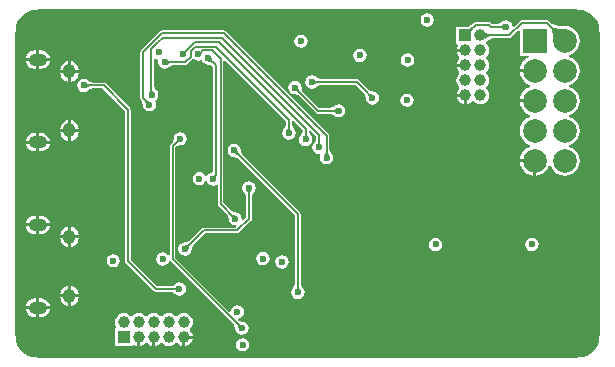
<source format=gbl>
G04*
G04 #@! TF.GenerationSoftware,Altium Limited,Altium Designer,21.6.1 (37)*
G04*
G04 Layer_Physical_Order=4*
G04 Layer_Color=16711680*
%FSLAX44Y44*%
%MOMM*%
G71*
G04*
G04 #@! TF.SameCoordinates,EB5C24EC-25F4-4F86-8BBE-D8D07956753C*
G04*
G04*
G04 #@! TF.FilePolarity,Positive*
G04*
G01*
G75*
%ADD14C,1.0000*%
%ADD60C,0.1600*%
%ADD61C,2.0000*%
%ADD62R,2.0000X2.0000*%
%ADD63R,1.0000X1.0000*%
G04:AMPARAMS|DCode=64|XSize=1.25mm|YSize=1.05mm|CornerRadius=0.525mm|HoleSize=0mm|Usage=FLASHONLY|Rotation=270.000|XOffset=0mm|YOffset=0mm|HoleType=Round|Shape=RoundedRectangle|*
%AMROUNDEDRECTD64*
21,1,1.2500,0.0000,0,0,270.0*
21,1,0.2000,1.0500,0,0,270.0*
1,1,1.0500,0.0000,-0.1000*
1,1,1.0500,0.0000,0.1000*
1,1,1.0500,0.0000,0.1000*
1,1,1.0500,0.0000,-0.1000*
%
%ADD64ROUNDEDRECTD64*%
G04:AMPARAMS|DCode=65|XSize=1.55mm|YSize=1.05mm|CornerRadius=0.525mm|HoleSize=0mm|Usage=FLASHONLY|Rotation=180.000|XOffset=0mm|YOffset=0mm|HoleType=Round|Shape=RoundedRectangle|*
%AMROUNDEDRECTD65*
21,1,1.5500,0.0000,0,0,180.0*
21,1,0.5000,1.0500,0,0,180.0*
1,1,1.0500,-0.2500,0.0000*
1,1,1.0500,0.2500,0.0000*
1,1,1.0500,0.2500,0.0000*
1,1,1.0500,-0.2500,0.0000*
%
%ADD65ROUNDEDRECTD65*%
%ADD66R,1.0000X1.0000*%
%ADD67C,0.6000*%
G36*
X477808Y297808D02*
X478814Y297136D01*
X480000Y296900D01*
Y296900D01*
X480014Y296913D01*
X483300Y296590D01*
X486473Y295627D01*
X489397Y294064D01*
X491960Y291960D01*
X494064Y289397D01*
X495627Y286473D01*
X496589Y283300D01*
X496913Y280014D01*
X496900Y280000D01*
X496900D01*
X497136Y278814D01*
X497808Y277808D01*
X497920Y277734D01*
Y22266D01*
X497808Y22192D01*
X497136Y21186D01*
X496900Y20000D01*
X496900D01*
X496913Y19986D01*
X496590Y16700D01*
X495627Y13527D01*
X494064Y10603D01*
X491960Y8040D01*
X489397Y5936D01*
X486473Y4373D01*
X483300Y3411D01*
X480014Y3087D01*
X480000Y3100D01*
Y3100D01*
X478814Y2864D01*
X477808Y2192D01*
X477734Y2080D01*
X22266D01*
X22192Y2192D01*
X21186Y2864D01*
X20000Y3100D01*
Y3100D01*
X19986Y3087D01*
X16700Y3411D01*
X13527Y4373D01*
X10603Y5936D01*
X8040Y8040D01*
X5936Y10603D01*
X4373Y13527D01*
X3411Y16700D01*
X3087Y19986D01*
X3100Y20000D01*
X3100D01*
X2864Y21186D01*
X2192Y22192D01*
X2080Y22266D01*
Y250000D01*
Y277734D01*
X2192Y277808D01*
X2864Y278814D01*
X3100Y280000D01*
X3100D01*
X3087Y280014D01*
X3411Y283300D01*
X4373Y286473D01*
X5936Y289397D01*
X8040Y291960D01*
X10603Y294064D01*
X13527Y295627D01*
X16700Y296590D01*
X19986Y296913D01*
X20000Y296900D01*
Y296900D01*
X21186Y297136D01*
X22192Y297808D01*
X22266Y297920D01*
X477734Y297920D01*
X477808Y297808D01*
D02*
G37*
%LPC*%
G36*
X417917Y288393D02*
X415756Y287963D01*
X413923Y286738D01*
X413768Y286506D01*
X413629Y286385D01*
X413506Y286291D01*
X413405Y286224D01*
X413325Y286179D01*
X413268Y286153D01*
X413234Y286141D01*
X413219Y286137D01*
X413219Y286137D01*
X413094Y286131D01*
X412667Y286023D01*
X412235Y285937D01*
X412179Y285900D01*
X412114Y285884D01*
X411761Y285620D01*
X411395Y285376D01*
X411357Y285320D01*
X411304Y285280D01*
X411214Y285130D01*
X406520D01*
X405463Y286187D01*
X404689Y286704D01*
X403776Y286886D01*
X392581D01*
X391668Y286704D01*
X390894Y286187D01*
X388747Y284041D01*
X388545Y284089D01*
X388307Y284051D01*
X388067Y284062D01*
X387813Y283971D01*
X387547Y283928D01*
X387342Y283802D01*
X387116Y283720D01*
X386916Y283539D01*
X386687Y283398D01*
X386195Y282940D01*
X376110D01*
Y267860D01*
X376670D01*
X377231Y266721D01*
X377064Y266502D01*
X376304Y264668D01*
X376212Y263970D01*
X383650D01*
Y261430D01*
X376212D01*
X376304Y260732D01*
X377064Y258897D01*
X378272Y257322D01*
X378712Y256985D01*
Y255715D01*
X378272Y255378D01*
X377064Y253803D01*
X376304Y251968D01*
X376212Y251270D01*
X383650D01*
Y248730D01*
X376212D01*
X376304Y248032D01*
X377064Y246197D01*
X378272Y244622D01*
X378712Y244285D01*
Y243015D01*
X378272Y242678D01*
X377064Y241103D01*
X376304Y239268D01*
X376045Y237300D01*
X376304Y235332D01*
X377064Y233498D01*
X378272Y231922D01*
X378712Y231585D01*
Y230315D01*
X378272Y229978D01*
X377064Y228403D01*
X376304Y226568D01*
X376212Y225870D01*
X383650D01*
Y224600D01*
X384920D01*
Y217162D01*
X385618Y217254D01*
X387453Y218014D01*
X389028Y219222D01*
X389365Y219662D01*
X390635D01*
X390972Y219222D01*
X392547Y218014D01*
X394382Y217254D01*
X396350Y216995D01*
X398318Y217254D01*
X400153Y218014D01*
X401728Y219222D01*
X402936Y220798D01*
X403696Y222632D01*
X403955Y224600D01*
X403696Y226568D01*
X402936Y228403D01*
X401728Y229978D01*
X401288Y230315D01*
Y231585D01*
X401728Y231922D01*
X402936Y233498D01*
X403696Y235332D01*
X403955Y237300D01*
X403696Y239268D01*
X402936Y241103D01*
X401728Y242678D01*
X401288Y243015D01*
Y244285D01*
X401728Y244622D01*
X402936Y246197D01*
X403696Y248032D01*
X403955Y250000D01*
X403696Y251968D01*
X402936Y253803D01*
X401728Y255378D01*
X401288Y255715D01*
Y256985D01*
X401728Y257322D01*
X402936Y258897D01*
X403696Y260732D01*
X403955Y262700D01*
X403696Y264668D01*
X402936Y266502D01*
X401728Y268078D01*
X401288Y268415D01*
Y269685D01*
X401728Y270022D01*
X401798Y270114D01*
X402206Y270516D01*
X403062Y271268D01*
X403389Y271515D01*
X403695Y271719D01*
X403948Y271863D01*
X404141Y271952D01*
X404263Y271994D01*
X404309Y272005D01*
X404483Y272018D01*
X404876Y272128D01*
X405277Y272207D01*
X405360Y272263D01*
X405456Y272290D01*
X405777Y272542D01*
X406117Y272769D01*
X406172Y272852D01*
X406251Y272914D01*
X406308Y273014D01*
X421021D01*
X421935Y273196D01*
X422709Y273713D01*
X428587Y279591D01*
X429760Y279105D01*
Y258260D01*
X437259D01*
X437512Y256990D01*
X435976Y256354D01*
X433356Y254344D01*
X431346Y251724D01*
X430083Y248674D01*
X429819Y246670D01*
X442300D01*
Y244130D01*
X429819D01*
X430083Y242126D01*
X431346Y239076D01*
X433356Y236456D01*
X435976Y234446D01*
X438533Y233387D01*
Y232013D01*
X435976Y230954D01*
X433356Y228944D01*
X431346Y226324D01*
X430083Y223274D01*
X429819Y221270D01*
X442300D01*
Y218730D01*
X429819D01*
X430083Y216726D01*
X431346Y213676D01*
X433356Y211056D01*
X435976Y209046D01*
X438533Y207987D01*
Y206613D01*
X435976Y205554D01*
X433356Y203544D01*
X431346Y200924D01*
X430083Y197874D01*
X429652Y194600D01*
X430083Y191326D01*
X431346Y188276D01*
X433356Y185656D01*
X435976Y183646D01*
X438533Y182587D01*
Y181213D01*
X435976Y180154D01*
X433356Y178144D01*
X431346Y175524D01*
X430083Y172474D01*
X429819Y170470D01*
X442300D01*
Y169200D01*
X443570D01*
Y156719D01*
X445574Y156983D01*
X448624Y158246D01*
X451244Y160256D01*
X453254Y162876D01*
X454313Y165433D01*
X455687D01*
X456746Y162876D01*
X458756Y160256D01*
X461376Y158246D01*
X464426Y156983D01*
X467700Y156552D01*
X470974Y156983D01*
X474024Y158246D01*
X476644Y160256D01*
X478654Y162876D01*
X479917Y165926D01*
X480348Y169200D01*
X479917Y172474D01*
X478654Y175524D01*
X476644Y178144D01*
X474024Y180154D01*
X471467Y181213D01*
Y182587D01*
X474024Y183646D01*
X476644Y185656D01*
X478654Y188276D01*
X479917Y191326D01*
X480348Y194600D01*
X479917Y197874D01*
X478654Y200924D01*
X476644Y203544D01*
X474024Y205554D01*
X471467Y206613D01*
Y207987D01*
X474024Y209046D01*
X476644Y211056D01*
X478654Y213676D01*
X479917Y216726D01*
X480348Y220000D01*
X479917Y223274D01*
X478654Y226324D01*
X476644Y228944D01*
X474024Y230954D01*
X471467Y232013D01*
Y233387D01*
X474024Y234446D01*
X476644Y236456D01*
X478654Y239076D01*
X479917Y242126D01*
X480348Y245400D01*
X479917Y248674D01*
X478654Y251724D01*
X476644Y254344D01*
X474024Y256354D01*
X471467Y257413D01*
Y258787D01*
X474024Y259846D01*
X476644Y261856D01*
X478654Y264476D01*
X479917Y267526D01*
X480348Y270800D01*
X479917Y274074D01*
X478654Y277124D01*
X476644Y279744D01*
X474024Y281754D01*
X470974Y283017D01*
X467700Y283448D01*
X467407Y283410D01*
X464817Y283516D01*
X462282Y283770D01*
X461294Y283932D01*
X460453Y284118D01*
X459796Y284313D01*
X459337Y284497D01*
X459089Y284635D01*
X458817Y284854D01*
X458522Y285008D01*
X458251Y285201D01*
X458078Y285240D01*
X457922Y285322D01*
X457590Y285352D01*
X457266Y285426D01*
X457091Y285396D01*
X456915Y285412D01*
X456874Y285399D01*
X454719Y287553D01*
X453945Y288071D01*
X453032Y288252D01*
X431488D01*
X430575Y288071D01*
X429801Y287553D01*
X424705Y282458D01*
X423504Y283053D01*
X423136Y284906D01*
X421912Y286738D01*
X420079Y287963D01*
X417917Y288393D01*
D02*
G37*
G36*
X351349Y294149D02*
X349188Y293719D01*
X347355Y292494D01*
X346130Y290662D01*
X345701Y288500D01*
X346130Y286338D01*
X347355Y284506D01*
X349188Y283281D01*
X351349Y282852D01*
X353511Y283281D01*
X355343Y284506D01*
X356568Y286338D01*
X356998Y288500D01*
X356568Y290662D01*
X355343Y292494D01*
X353511Y293719D01*
X351349Y294149D01*
D02*
G37*
G36*
X244603Y276074D02*
X242441Y275644D01*
X240609Y274420D01*
X239384Y272587D01*
X238954Y270426D01*
X239384Y268264D01*
X240609Y266432D01*
X242441Y265207D01*
X244603Y264777D01*
X246764Y265207D01*
X248597Y266432D01*
X249821Y268264D01*
X250251Y270426D01*
X249821Y272587D01*
X248597Y274420D01*
X246764Y275644D01*
X244603Y276074D01*
D02*
G37*
G36*
X24000Y262857D02*
X22770D01*
Y256270D01*
X31690D01*
X31590Y257034D01*
X30805Y258929D01*
X29556Y260556D01*
X27929Y261805D01*
X26034Y262589D01*
X24000Y262857D01*
D02*
G37*
G36*
X20230D02*
X19000D01*
X16966Y262589D01*
X15071Y261805D01*
X13444Y260556D01*
X12196Y258929D01*
X11410Y257034D01*
X11310Y256270D01*
X20230D01*
Y262857D01*
D02*
G37*
G36*
X294404Y264149D02*
X292242Y263718D01*
X290410Y262494D01*
X289185Y260662D01*
X288755Y258500D01*
X289185Y256338D01*
X290410Y254506D01*
X292242Y253281D01*
X294404Y252852D01*
X296565Y253281D01*
X298398Y254506D01*
X299622Y256338D01*
X300052Y258500D01*
X299622Y260662D01*
X298398Y262494D01*
X296565Y263718D01*
X294404Y264149D01*
D02*
G37*
G36*
X334745Y260149D02*
X332584Y259719D01*
X330751Y258494D01*
X329527Y256662D01*
X329097Y254500D01*
X329527Y252338D01*
X330751Y250506D01*
X332584Y249281D01*
X334745Y248852D01*
X336907Y249281D01*
X338739Y250506D01*
X339964Y252338D01*
X340394Y254500D01*
X339964Y256662D01*
X338739Y258494D01*
X336907Y259719D01*
X334745Y260149D01*
D02*
G37*
G36*
X31690Y253730D02*
X22770D01*
Y247143D01*
X24000D01*
X26034Y247411D01*
X27929Y248195D01*
X29556Y249444D01*
X30805Y251071D01*
X31590Y252966D01*
X31690Y253730D01*
D02*
G37*
G36*
X20230D02*
X11310D01*
X11410Y252966D01*
X12196Y251071D01*
X13444Y249444D01*
X15071Y248195D01*
X16966Y247411D01*
X19000Y247143D01*
X20230D01*
Y253730D01*
D02*
G37*
G36*
X49770Y253690D02*
Y246270D01*
X56322D01*
X56090Y248034D01*
X55304Y249929D01*
X54056Y251556D01*
X52429Y252805D01*
X50534Y253589D01*
X49770Y253690D01*
D02*
G37*
G36*
X47230D02*
X46466Y253589D01*
X44571Y252805D01*
X42944Y251556D01*
X41695Y249929D01*
X40911Y248034D01*
X40678Y246270D01*
X47230D01*
Y253690D01*
D02*
G37*
G36*
Y243730D02*
X40678D01*
X40911Y241966D01*
X41695Y240071D01*
X42944Y238444D01*
X44571Y237195D01*
X46466Y236411D01*
X47230Y236310D01*
Y243730D01*
D02*
G37*
G36*
X56322D02*
X49770D01*
Y236310D01*
X50534Y236411D01*
X52429Y237195D01*
X54056Y238444D01*
X55304Y240071D01*
X56090Y241966D01*
X56322Y243730D01*
D02*
G37*
G36*
X382380Y223330D02*
X376212D01*
X376304Y222632D01*
X377064Y220798D01*
X378272Y219222D01*
X379847Y218014D01*
X381682Y217254D01*
X382380Y217162D01*
Y223330D01*
D02*
G37*
G36*
X253866Y241546D02*
X251705Y241116D01*
X249872Y239892D01*
X248648Y238059D01*
X248218Y235898D01*
X248648Y233736D01*
X249872Y231903D01*
X251705Y230679D01*
X253866Y230249D01*
X256028Y230679D01*
X257861Y231903D01*
X258016Y232136D01*
X258155Y232257D01*
X258278Y232351D01*
X258379Y232418D01*
X258459Y232463D01*
X258515Y232489D01*
X258550Y232501D01*
X258565Y232505D01*
X258565Y232505D01*
X258690Y232511D01*
X259117Y232619D01*
X259549Y232705D01*
X259604Y232742D01*
X259669Y232759D01*
X260023Y233022D01*
X260389Y233266D01*
X260426Y233322D01*
X260480Y233362D01*
X260569Y233512D01*
X290614D01*
X295940Y228186D01*
X295940Y228186D01*
X298573Y225553D01*
X298531Y225383D01*
X298540Y225317D01*
X298527Y225252D01*
X298613Y224820D01*
X298677Y224384D01*
X298711Y224326D01*
X298724Y224261D01*
X298969Y223894D01*
X299195Y223516D01*
X299278Y223424D01*
X299279Y223423D01*
X299286Y223410D01*
X299302Y223377D01*
X299324Y223319D01*
X299349Y223230D01*
X299373Y223111D01*
X299393Y222958D01*
X299406Y222775D01*
X299352Y222500D01*
X299781Y220338D01*
X301006Y218506D01*
X302838Y217281D01*
X305000Y216852D01*
X307162Y217281D01*
X308994Y218506D01*
X310219Y220338D01*
X310648Y222500D01*
X310219Y224662D01*
X308994Y226494D01*
X307162Y227719D01*
X305000Y228148D01*
X304725Y228094D01*
X304542Y228107D01*
X304389Y228127D01*
X304270Y228151D01*
X304181Y228176D01*
X304123Y228198D01*
X304090Y228214D01*
X304077Y228221D01*
X303984Y228305D01*
X303606Y228531D01*
X303239Y228776D01*
X303174Y228789D01*
X303116Y228823D01*
X302680Y228887D01*
X302248Y228973D01*
X302183Y228960D01*
X302117Y228969D01*
X301947Y228927D01*
X299314Y231560D01*
X299314Y231560D01*
X293289Y237585D01*
X292515Y238102D01*
X291602Y238284D01*
X260569D01*
X260480Y238433D01*
X260426Y238473D01*
X260389Y238529D01*
X260023Y238774D01*
X259669Y239037D01*
X259604Y239053D01*
X259549Y239090D01*
X259117Y239176D01*
X258690Y239284D01*
X258565Y239290D01*
X258565Y239291D01*
X258550Y239294D01*
X258515Y239307D01*
X258459Y239333D01*
X258379Y239377D01*
X258278Y239445D01*
X258155Y239538D01*
X258016Y239659D01*
X257861Y239892D01*
X256028Y241116D01*
X253866Y241546D01*
D02*
G37*
G36*
X334396Y226148D02*
X332234Y225718D01*
X330402Y224494D01*
X329178Y222662D01*
X328748Y220500D01*
X329178Y218338D01*
X330402Y216506D01*
X332234Y215281D01*
X334396Y214851D01*
X336558Y215281D01*
X338390Y216506D01*
X339615Y218338D01*
X340045Y220500D01*
X339615Y222662D01*
X338390Y224494D01*
X336558Y225718D01*
X334396Y226148D01*
D02*
G37*
G36*
X239366Y236847D02*
X237204Y236417D01*
X235372Y235192D01*
X234147Y233360D01*
X233717Y231198D01*
X234147Y229037D01*
X235372Y227204D01*
X237204Y225980D01*
X239366Y225550D01*
X239641Y225604D01*
X239824Y225591D01*
X239977Y225571D01*
X240096Y225547D01*
X240184Y225522D01*
X240243Y225500D01*
X240276Y225485D01*
X240289Y225477D01*
X240382Y225393D01*
X240760Y225167D01*
X241126Y224923D01*
X241192Y224910D01*
X241250Y224875D01*
X241685Y224811D01*
X242118Y224725D01*
X242183Y224739D01*
X242249Y224729D01*
X242418Y224772D01*
X257243Y209947D01*
X258017Y209430D01*
X258930Y209248D01*
X269704D01*
X269794Y209098D01*
X269848Y209058D01*
X269885Y209003D01*
X270251Y208758D01*
X270604Y208495D01*
X270669Y208479D01*
X270725Y208441D01*
X271157Y208356D01*
X271584Y208248D01*
X271709Y208241D01*
X271709Y208241D01*
X271724Y208237D01*
X271758Y208225D01*
X271815Y208199D01*
X271895Y208154D01*
X271996Y208087D01*
X272119Y207993D01*
X272258Y207873D01*
X272413Y207640D01*
X274246Y206416D01*
X276407Y205986D01*
X278569Y206416D01*
X280401Y207640D01*
X281626Y209473D01*
X282056Y211634D01*
X281626Y213796D01*
X280401Y215628D01*
X278569Y216853D01*
X276407Y217283D01*
X274246Y216853D01*
X272413Y215628D01*
X272258Y215395D01*
X272119Y215275D01*
X271996Y215181D01*
X271895Y215114D01*
X271815Y215069D01*
X271758Y215043D01*
X271724Y215031D01*
X271709Y215027D01*
X271709Y215027D01*
X271584Y215021D01*
X271157Y214913D01*
X270725Y214827D01*
X270669Y214790D01*
X270604Y214773D01*
X270251Y214510D01*
X269885Y214265D01*
X269848Y214210D01*
X269794Y214170D01*
X269704Y214020D01*
X259918D01*
X245793Y228146D01*
X245835Y228315D01*
X245826Y228381D01*
X245839Y228447D01*
X245753Y228879D01*
X245689Y229314D01*
X245655Y229372D01*
X245641Y229438D01*
X245397Y229804D01*
X245171Y230182D01*
X245088Y230275D01*
X245087Y230275D01*
X245079Y230288D01*
X245064Y230321D01*
X245042Y230380D01*
X245017Y230468D01*
X244993Y230587D01*
X244973Y230740D01*
X244960Y230924D01*
X245014Y231198D01*
X244584Y233360D01*
X243360Y235192D01*
X241528Y236417D01*
X239366Y236847D01*
D02*
G37*
G36*
X49770Y203690D02*
Y196270D01*
X56322D01*
X56090Y198034D01*
X55304Y199929D01*
X54056Y201556D01*
X52429Y202805D01*
X50534Y203589D01*
X49770Y203690D01*
D02*
G37*
G36*
X47230D02*
X46466Y203589D01*
X44571Y202805D01*
X42944Y201556D01*
X41695Y199929D01*
X40911Y198034D01*
X40678Y196270D01*
X47230D01*
Y203690D01*
D02*
G37*
G36*
X56322Y193730D02*
X49770D01*
Y186310D01*
X50534Y186411D01*
X52429Y187195D01*
X54056Y188444D01*
X55304Y190071D01*
X56090Y191966D01*
X56322Y193730D01*
D02*
G37*
G36*
X47230D02*
X40678D01*
X40911Y191966D01*
X41695Y190071D01*
X42944Y188444D01*
X44571Y187195D01*
X46466Y186411D01*
X47230Y186310D01*
Y193730D01*
D02*
G37*
G36*
X24000Y192857D02*
X22770D01*
Y186270D01*
X31690D01*
X31590Y187034D01*
X30805Y188929D01*
X29556Y190556D01*
X27929Y191805D01*
X26034Y192589D01*
X24000Y192857D01*
D02*
G37*
G36*
X20230D02*
X19000D01*
X16966Y192589D01*
X15071Y191805D01*
X13444Y190556D01*
X12196Y188929D01*
X11410Y187034D01*
X11310Y186270D01*
X20230D01*
Y192857D01*
D02*
G37*
G36*
X142247Y193632D02*
X140085Y193202D01*
X138253Y191978D01*
X137028Y190145D01*
X136598Y187983D01*
X136653Y187709D01*
X136640Y187525D01*
X136620Y187372D01*
X136595Y187253D01*
X136571Y187165D01*
X136549Y187106D01*
X136533Y187073D01*
X136525Y187060D01*
X136525Y187060D01*
X136442Y186967D01*
X136216Y186589D01*
X135971Y186223D01*
X135958Y186157D01*
X135924Y186100D01*
X135860Y185664D01*
X135774Y185232D01*
X135787Y185166D01*
X135778Y185100D01*
X135820Y184931D01*
X134129Y183240D01*
X133612Y182466D01*
X133431Y181553D01*
Y89410D01*
X132161Y89025D01*
X131494Y90022D01*
X129662Y91247D01*
X127500Y91676D01*
X125338Y91247D01*
X123506Y90022D01*
X122281Y88189D01*
X121852Y86028D01*
X122281Y83866D01*
X123506Y82034D01*
X125338Y80809D01*
X127500Y80379D01*
X129662Y80809D01*
X131494Y82034D01*
X132719Y83866D01*
X132781Y84180D01*
X134129Y84448D01*
X134129Y84448D01*
X188025Y30553D01*
X187982Y30384D01*
X187992Y30317D01*
X187979Y30252D01*
X188065Y29820D01*
X188129Y29384D01*
X188163Y29326D01*
X188176Y29260D01*
X188421Y28894D01*
X188646Y28516D01*
X188730Y28424D01*
X188730Y28423D01*
X188738Y28410D01*
X188754Y28377D01*
X188775Y28319D01*
X188800Y28231D01*
X188824Y28111D01*
X188845Y27958D01*
X188858Y27775D01*
X188803Y27500D01*
X189233Y25338D01*
X190457Y23506D01*
X192290Y22281D01*
X194452Y21851D01*
X196613Y22281D01*
X198446Y23506D01*
X199670Y25338D01*
X200100Y27500D01*
X199670Y29662D01*
X198446Y31494D01*
X196613Y32719D01*
X194452Y33149D01*
X194177Y33094D01*
X193993Y33107D01*
X193841Y33127D01*
X193721Y33152D01*
X193633Y33176D01*
X193575Y33198D01*
X193541Y33214D01*
X193528Y33221D01*
X193528Y33222D01*
X193435Y33305D01*
X193057Y33531D01*
X192691Y33776D01*
X192625Y33789D01*
X192568Y33823D01*
X192132Y33887D01*
X191882Y33937D01*
X191294Y34657D01*
X191461Y35364D01*
X191814Y35969D01*
X192801Y36165D01*
X194634Y37390D01*
X195858Y39222D01*
X196288Y41384D01*
X195858Y43546D01*
X194634Y45378D01*
X192801Y46603D01*
X190640Y47032D01*
X188478Y46603D01*
X186646Y45378D01*
X185421Y43546D01*
X185115Y42007D01*
X183758Y41567D01*
X138202Y87123D01*
Y180565D01*
X139194Y181557D01*
X139363Y181514D01*
X139430Y181524D01*
X139495Y181511D01*
X139927Y181597D01*
X140363Y181660D01*
X140421Y181695D01*
X140486Y181708D01*
X140853Y181953D01*
X141231Y182178D01*
X141323Y182262D01*
X141324Y182262D01*
X141337Y182270D01*
X141370Y182285D01*
X141428Y182307D01*
X141516Y182332D01*
X141636Y182356D01*
X141789Y182376D01*
X141972Y182390D01*
X142247Y182335D01*
X144408Y182765D01*
X146241Y183989D01*
X147465Y185822D01*
X147895Y187983D01*
X147465Y190145D01*
X146241Y191978D01*
X144408Y193202D01*
X142247Y193632D01*
D02*
G37*
G36*
X31690Y183730D02*
X22770D01*
Y177143D01*
X24000D01*
X26034Y177411D01*
X27929Y178195D01*
X29556Y179444D01*
X30805Y181071D01*
X31590Y182966D01*
X31690Y183730D01*
D02*
G37*
G36*
X20230D02*
X11310D01*
X11410Y182966D01*
X12196Y181071D01*
X13444Y179444D01*
X15071Y178195D01*
X16966Y177411D01*
X19000Y177143D01*
X20230D01*
Y183730D01*
D02*
G37*
G36*
X179189Y279625D02*
X126529D01*
X125616Y279443D01*
X124842Y278926D01*
X109218Y263302D01*
X108701Y262528D01*
X108519Y261615D01*
Y222013D01*
X108701Y221100D01*
X109218Y220326D01*
X109733Y219811D01*
X109690Y219642D01*
X109700Y219575D01*
X109687Y219510D01*
X109773Y219078D01*
X109836Y218642D01*
X109871Y218584D01*
X109884Y218519D01*
X110128Y218152D01*
X110354Y217774D01*
X110438Y217682D01*
X110438Y217682D01*
X110446Y217668D01*
X110462Y217635D01*
X110483Y217577D01*
X110508Y217489D01*
X110532Y217369D01*
X110552Y217217D01*
X110565Y217033D01*
X110511Y216758D01*
X110941Y214597D01*
X112165Y212764D01*
X113998Y211540D01*
X116159Y211110D01*
X118321Y211540D01*
X120154Y212764D01*
X121378Y214597D01*
X121808Y216758D01*
X121378Y218920D01*
X120637Y220028D01*
X122181Y221060D01*
X123406Y222892D01*
X123836Y225054D01*
X123406Y227215D01*
X122181Y229048D01*
X121439Y229544D01*
X121277Y229711D01*
X121085Y229844D01*
X121001Y229911D01*
X120963Y229948D01*
X120961Y229987D01*
X120909Y230189D01*
X120905Y230398D01*
X120785Y230674D01*
X120711Y230966D01*
X120586Y231133D01*
X120503Y231324D01*
X120286Y231534D01*
X120105Y231775D01*
X119960Y231861D01*
Y255663D01*
X121081Y256262D01*
X121753Y255813D01*
X122906Y255583D01*
X123862Y254855D01*
X123799Y254209D01*
X123489Y252651D01*
X123919Y250490D01*
X125143Y248657D01*
X126976Y247433D01*
X129137Y247003D01*
X131299Y247433D01*
X133131Y248657D01*
X133293Y248899D01*
X133307Y248913D01*
X133445Y249034D01*
X133565Y249127D01*
X133665Y249193D01*
X133742Y249237D01*
X133796Y249262D01*
X133829Y249274D01*
X133842Y249277D01*
X133966Y249283D01*
X134401Y249393D01*
X134840Y249483D01*
X134888Y249516D01*
X134945Y249531D01*
X135306Y249799D01*
X135676Y250050D01*
X135709Y250099D01*
X135756Y250134D01*
X135845Y250284D01*
X146138D01*
X147051Y250465D01*
X147825Y250983D01*
X152164Y255322D01*
X153559Y255520D01*
X155391Y254296D01*
X157553Y253866D01*
X159627Y254278D01*
X160631Y254307D01*
X160941Y254178D01*
X162166Y252345D01*
X163998Y251121D01*
X166160Y250691D01*
X166435Y250745D01*
X166618Y250732D01*
X166771Y250712D01*
X166891Y250688D01*
X166979Y250663D01*
X167037Y250641D01*
X167070Y250626D01*
X167083Y250618D01*
X167176Y250534D01*
X167554Y250308D01*
X167920Y250064D01*
X167986Y250051D01*
X168044Y250016D01*
X168480Y249953D01*
X168912Y249867D01*
X168977Y249880D01*
X169044Y249870D01*
X169954Y249002D01*
Y159538D01*
X167901Y159130D01*
X166069Y157905D01*
X165020Y156335D01*
X163905Y156362D01*
X163674Y156433D01*
X162494Y158199D01*
X160662Y159424D01*
X158500Y159853D01*
X156338Y159424D01*
X154506Y158199D01*
X153281Y156367D01*
X152851Y154205D01*
X153281Y152043D01*
X154506Y150211D01*
X156338Y148986D01*
X158500Y148556D01*
X160662Y148986D01*
X162494Y150211D01*
X163543Y151781D01*
X164658Y151754D01*
X164889Y151683D01*
X166069Y149917D01*
X167901Y148693D01*
X170063Y148263D01*
X172224Y148693D01*
X172897Y149142D01*
X174017Y148543D01*
Y132625D01*
X174198Y131712D01*
X174716Y130938D01*
X182459Y123195D01*
X182416Y123026D01*
X182426Y122960D01*
X182413Y122894D01*
X182499Y122462D01*
X182563Y122026D01*
X182597Y121969D01*
X182610Y121903D01*
X182855Y121537D01*
X183081Y121159D01*
X183164Y121066D01*
X183164Y121066D01*
X183172Y121052D01*
X183188Y121019D01*
X183209Y120961D01*
X183234Y120873D01*
X183258Y120754D01*
X183279Y120601D01*
X183292Y120417D01*
X183237Y120142D01*
X183667Y117981D01*
X184891Y116148D01*
X186724Y114924D01*
X188886Y114494D01*
X189273Y114571D01*
X189889Y113417D01*
X189320Y112693D01*
X162159D01*
X161246Y112511D01*
X160472Y111994D01*
X149458Y100980D01*
X149289Y101023D01*
X149222Y101013D01*
X149157Y101026D01*
X148725Y100940D01*
X148289Y100876D01*
X148231Y100842D01*
X148166Y100829D01*
X147799Y100584D01*
X147421Y100358D01*
X147329Y100275D01*
X147329Y100275D01*
X147315Y100267D01*
X147282Y100251D01*
X147224Y100230D01*
X147136Y100205D01*
X147016Y100181D01*
X146863Y100160D01*
X146680Y100147D01*
X146405Y100202D01*
X144243Y99772D01*
X142411Y98547D01*
X141187Y96715D01*
X140757Y94553D01*
X141187Y92392D01*
X142411Y90559D01*
X144243Y89335D01*
X146405Y88905D01*
X148567Y89335D01*
X150399Y90559D01*
X151624Y92392D01*
X152054Y94553D01*
X151999Y94828D01*
X152012Y95012D01*
X152032Y95165D01*
X152057Y95284D01*
X152081Y95372D01*
X152103Y95430D01*
X152119Y95463D01*
X152127Y95477D01*
X152210Y95569D01*
X152436Y95948D01*
X152681Y96314D01*
X152694Y96379D01*
X152728Y96437D01*
X152792Y96873D01*
X152878Y97305D01*
X152865Y97371D01*
X152874Y97437D01*
X152832Y97606D01*
X163147Y107921D01*
X190443D01*
X191356Y108103D01*
X192130Y108620D01*
X202117Y118607D01*
X202634Y119381D01*
X202816Y120294D01*
Y139558D01*
X202965Y139647D01*
X203005Y139701D01*
X203061Y139738D01*
X203306Y140105D01*
X203569Y140458D01*
X203585Y140523D01*
X203622Y140578D01*
X203708Y141010D01*
X203816Y141438D01*
X203823Y141562D01*
X203823Y141562D01*
X203827Y141577D01*
X203839Y141612D01*
X203865Y141668D01*
X203909Y141748D01*
X203977Y141849D01*
X204071Y141972D01*
X204191Y142111D01*
X204424Y142267D01*
X205648Y144099D01*
X206078Y146261D01*
X205648Y148422D01*
X204424Y150255D01*
X202591Y151479D01*
X200430Y151909D01*
X198268Y151479D01*
X196436Y150255D01*
X195211Y148422D01*
X194781Y146261D01*
X195211Y144099D01*
X196436Y142267D01*
X196669Y142111D01*
X196789Y141972D01*
X196883Y141850D01*
X196950Y141748D01*
X196995Y141668D01*
X197021Y141612D01*
X197033Y141577D01*
X197037Y141562D01*
X197037Y141562D01*
X197043Y141438D01*
X197151Y141010D01*
X197237Y140578D01*
X197274Y140523D01*
X197291Y140458D01*
X197554Y140105D01*
X197799Y139738D01*
X197854Y139701D01*
X197894Y139647D01*
X198044Y139558D01*
Y121283D01*
X195562Y118801D01*
X194392Y119426D01*
X194534Y120142D01*
X194104Y122304D01*
X192880Y124137D01*
X191047Y125361D01*
X188886Y125791D01*
X188611Y125736D01*
X188427Y125750D01*
X188274Y125770D01*
X188155Y125794D01*
X188067Y125819D01*
X188009Y125840D01*
X187976Y125856D01*
X187962Y125864D01*
X187870Y125948D01*
X187491Y126173D01*
X187125Y126418D01*
X187059Y126431D01*
X187002Y126466D01*
X186566Y126529D01*
X186134Y126615D01*
X186068Y126602D01*
X186002Y126612D01*
X185833Y126569D01*
X178789Y133614D01*
Y254057D01*
X180059Y254583D01*
X231920Y202722D01*
Y199442D01*
X231770Y199352D01*
X231730Y199299D01*
X231674Y199262D01*
X231430Y198895D01*
X231167Y198542D01*
X231150Y198477D01*
X231113Y198421D01*
X231027Y197990D01*
X230919Y197562D01*
X230913Y197438D01*
X230913Y197437D01*
X230909Y197423D01*
X230897Y197388D01*
X230871Y197332D01*
X230826Y197252D01*
X230759Y197150D01*
X230665Y197028D01*
X230544Y196889D01*
X230312Y196733D01*
X229087Y194901D01*
X228657Y192739D01*
X229087Y190577D01*
X230312Y188745D01*
X232144Y187521D01*
X234306Y187090D01*
X236467Y187521D01*
X238300Y188745D01*
X239524Y190577D01*
X239954Y192739D01*
X239524Y194901D01*
X238300Y196733D01*
X238067Y196889D01*
X237946Y197028D01*
X237852Y197150D01*
X237785Y197252D01*
X237740Y197332D01*
X237715Y197388D01*
X237702Y197423D01*
X237698Y197437D01*
X237698Y197438D01*
X237692Y197562D01*
X237584Y197990D01*
X237498Y198421D01*
X237461Y198477D01*
X237445Y198542D01*
X237182Y198895D01*
X236937Y199262D01*
X236881Y199299D01*
X236841Y199352D01*
X236691Y199442D01*
Y202829D01*
X237961Y203355D01*
X246038Y195279D01*
X246109Y194634D01*
X246123Y194027D01*
X245840Y193647D01*
X245547Y193275D01*
X245538Y193243D01*
X245518Y193217D01*
X245402Y192759D01*
X245274Y192302D01*
X245278Y192269D01*
X245270Y192238D01*
X245264Y192124D01*
X245262Y192121D01*
X245247Y192091D01*
X245216Y192039D01*
X245161Y191965D01*
X245080Y191870D01*
X244969Y191758D01*
X244771Y191581D01*
X244762Y191568D01*
X244439Y191352D01*
X243214Y189520D01*
X242785Y187358D01*
X243214Y185197D01*
X244439Y183364D01*
X246271Y182140D01*
X248433Y181710D01*
X250595Y182140D01*
X252427Y183364D01*
X253652Y185197D01*
X254082Y187358D01*
X253652Y189520D01*
X252715Y190922D01*
X252670Y191004D01*
X252622Y191061D01*
X252427Y191352D01*
X252345Y191407D01*
X252245Y191555D01*
X252168Y191685D01*
X252113Y191792D01*
X252078Y191875D01*
X252059Y191933D01*
X252050Y191967D01*
X252049Y191980D01*
X252042Y192106D01*
X251959Y192440D01*
X251918Y192782D01*
X251837Y192926D01*
X251797Y193086D01*
X251591Y193363D01*
X251423Y193663D01*
X251293Y193765D01*
X251215Y193870D01*
X251212Y194156D01*
X251269Y195020D01*
X252401Y195480D01*
X257489Y190391D01*
Y187284D01*
X257340Y187194D01*
X257300Y187141D01*
X257244Y187104D01*
X256999Y186737D01*
X256736Y186384D01*
X256720Y186319D01*
X256683Y186264D01*
X256597Y185832D01*
X256489Y185404D01*
X256483Y185280D01*
X256483Y185280D01*
X256479Y185264D01*
X256466Y185230D01*
X256440Y185174D01*
X256396Y185094D01*
X256328Y184992D01*
X256235Y184870D01*
X256114Y184731D01*
X255881Y184575D01*
X254657Y182743D01*
X254227Y180581D01*
X254657Y178419D01*
X255881Y176587D01*
X257714Y175362D01*
X259875Y174932D01*
X260224Y175002D01*
X260986Y173859D01*
X260604Y171941D01*
X261034Y169779D01*
X262259Y167947D01*
X264091Y166722D01*
X266253Y166292D01*
X268414Y166722D01*
X270247Y167947D01*
X271471Y169779D01*
X271901Y171941D01*
X271471Y174102D01*
X270247Y175935D01*
X269997Y176102D01*
X269966Y176133D01*
X269846Y176269D01*
X269754Y176386D01*
X269689Y176483D01*
X269646Y176558D01*
X269622Y176610D01*
X269611Y176641D01*
X269608Y176651D01*
X269602Y176775D01*
X269490Y177218D01*
X269395Y177664D01*
X269366Y177706D01*
X269354Y177754D01*
X269081Y178121D01*
X268823Y178497D01*
X268780Y178524D01*
X268750Y178565D01*
X268601Y178654D01*
Y190212D01*
X268419Y191125D01*
X267902Y191899D01*
X180876Y278926D01*
X180102Y279443D01*
X179189Y279625D01*
D02*
G37*
G36*
X441030Y167930D02*
X429819D01*
X430083Y165926D01*
X431346Y162876D01*
X433356Y160256D01*
X435976Y158246D01*
X439026Y156983D01*
X441030Y156719D01*
Y167930D01*
D02*
G37*
G36*
X24000Y122857D02*
X22770D01*
Y116270D01*
X31690D01*
X31590Y117034D01*
X30805Y118929D01*
X29556Y120556D01*
X27929Y121805D01*
X26034Y122590D01*
X24000Y122857D01*
D02*
G37*
G36*
X20230D02*
X19000D01*
X16966Y122590D01*
X15071Y121805D01*
X13444Y120556D01*
X12196Y118929D01*
X11410Y117034D01*
X11310Y116270D01*
X20230D01*
Y122857D01*
D02*
G37*
G36*
X31690Y113730D02*
X22770D01*
Y107143D01*
X24000D01*
X26034Y107410D01*
X27929Y108195D01*
X29556Y109444D01*
X30805Y111071D01*
X31590Y112966D01*
X31690Y113730D01*
D02*
G37*
G36*
X20230D02*
X11310D01*
X11410Y112966D01*
X12196Y111071D01*
X13444Y109444D01*
X15071Y108195D01*
X16966Y107410D01*
X19000Y107143D01*
X20230D01*
Y113730D01*
D02*
G37*
G36*
X49770Y113690D02*
Y106270D01*
X56322D01*
X56090Y108034D01*
X55304Y109929D01*
X54056Y111556D01*
X52429Y112804D01*
X50534Y113589D01*
X49770Y113690D01*
D02*
G37*
G36*
X47230D02*
X46466Y113589D01*
X44571Y112804D01*
X42944Y111556D01*
X41695Y109929D01*
X40911Y108034D01*
X40678Y106270D01*
X47230D01*
Y113690D01*
D02*
G37*
G36*
X56322Y103730D02*
X49770D01*
Y96310D01*
X50534Y96411D01*
X52429Y97195D01*
X54056Y98444D01*
X55304Y100071D01*
X56090Y101966D01*
X56322Y103730D01*
D02*
G37*
G36*
X47230D02*
X40678D01*
X40911Y101966D01*
X41695Y100071D01*
X42944Y98444D01*
X44571Y97195D01*
X46466Y96411D01*
X47230Y96310D01*
Y103730D01*
D02*
G37*
G36*
X358455Y104149D02*
X356293Y103719D01*
X354461Y102494D01*
X353237Y100662D01*
X352807Y98500D01*
X353237Y96339D01*
X354461Y94506D01*
X356293Y93281D01*
X358455Y92851D01*
X360617Y93281D01*
X362449Y94506D01*
X363674Y96339D01*
X364104Y98500D01*
X363674Y100662D01*
X362449Y102494D01*
X360617Y103719D01*
X358455Y104149D01*
D02*
G37*
G36*
X440045Y104149D02*
X437883Y103719D01*
X436051Y102494D01*
X434826Y100662D01*
X434396Y98500D01*
X434826Y96338D01*
X436051Y94506D01*
X437883Y93281D01*
X440045Y92851D01*
X442206Y93281D01*
X444039Y94506D01*
X445263Y96338D01*
X445693Y98500D01*
X445263Y100662D01*
X444039Y102494D01*
X442206Y103719D01*
X440045Y104149D01*
D02*
G37*
G36*
X212250Y92111D02*
X210088Y91681D01*
X208256Y90456D01*
X207031Y88624D01*
X206602Y86462D01*
X207031Y84300D01*
X208256Y82468D01*
X210088Y81244D01*
X212250Y80814D01*
X214412Y81244D01*
X216244Y82468D01*
X217469Y84300D01*
X217899Y86462D01*
X217469Y88624D01*
X216244Y90456D01*
X214412Y91681D01*
X212250Y92111D01*
D02*
G37*
G36*
X85500Y90288D02*
X83338Y89858D01*
X81506Y88633D01*
X80281Y86800D01*
X79851Y84639D01*
X80281Y82477D01*
X81506Y80645D01*
X83338Y79420D01*
X85500Y78990D01*
X87662Y79420D01*
X89494Y80645D01*
X90719Y82477D01*
X91149Y84639D01*
X90719Y86800D01*
X89494Y88633D01*
X87662Y89858D01*
X85500Y90288D01*
D02*
G37*
G36*
X228500Y89299D02*
X226338Y88869D01*
X224506Y87644D01*
X223281Y85812D01*
X222852Y83650D01*
X223281Y81489D01*
X224506Y79656D01*
X226338Y78432D01*
X228500Y78002D01*
X230662Y78432D01*
X232494Y79656D01*
X233719Y81489D01*
X234149Y83650D01*
X233719Y85812D01*
X232494Y87644D01*
X230662Y88869D01*
X228500Y89299D01*
D02*
G37*
G36*
X49770Y63690D02*
Y56270D01*
X56322D01*
X56090Y58034D01*
X55304Y59929D01*
X54056Y61556D01*
X52429Y62804D01*
X50534Y63590D01*
X49770Y63690D01*
D02*
G37*
G36*
X47230D02*
X46466Y63590D01*
X44571Y62804D01*
X42944Y61556D01*
X41695Y59929D01*
X40911Y58034D01*
X40678Y56270D01*
X47230D01*
Y63690D01*
D02*
G37*
G36*
X60627Y238681D02*
X58465Y238251D01*
X56633Y237027D01*
X55408Y235194D01*
X54978Y233033D01*
X55408Y230871D01*
X56633Y229039D01*
X58465Y227814D01*
X60627Y227384D01*
X62788Y227814D01*
X64621Y229039D01*
X64777Y229272D01*
X64915Y229392D01*
X65038Y229486D01*
X65140Y229553D01*
X65219Y229598D01*
X65276Y229624D01*
X65310Y229636D01*
X65325Y229640D01*
X65325Y229640D01*
X65450Y229646D01*
X65877Y229754D01*
X66309Y229840D01*
X66365Y229877D01*
X66430Y229894D01*
X66783Y230157D01*
X67149Y230402D01*
X67187Y230457D01*
X67240Y230497D01*
X67330Y230647D01*
X76403D01*
X95552Y211498D01*
Y84581D01*
X95734Y83668D01*
X96251Y82894D01*
X120001Y59144D01*
X120775Y58627D01*
X121688Y58445D01*
X136522D01*
X137597Y56837D01*
X139429Y55612D01*
X141591Y55182D01*
X143752Y55612D01*
X145585Y56837D01*
X146809Y58669D01*
X147239Y60831D01*
X146809Y62993D01*
X145585Y64825D01*
X143752Y66049D01*
X141591Y66479D01*
X139429Y66049D01*
X137597Y64825D01*
X136522Y63217D01*
X122677D01*
X100324Y85569D01*
Y212486D01*
X100142Y213399D01*
X99625Y214173D01*
X79078Y234720D01*
X78304Y235237D01*
X77391Y235419D01*
X67330D01*
X67240Y235568D01*
X67187Y235608D01*
X67149Y235664D01*
X66783Y235909D01*
X66430Y236172D01*
X66365Y236188D01*
X66309Y236225D01*
X65877Y236311D01*
X65450Y236419D01*
X65325Y236426D01*
X65325Y236426D01*
X65310Y236429D01*
X65276Y236442D01*
X65219Y236468D01*
X65139Y236513D01*
X65038Y236580D01*
X64915Y236674D01*
X64777Y236794D01*
X64621Y237027D01*
X62788Y238251D01*
X60627Y238681D01*
D02*
G37*
G36*
X187969Y183654D02*
X185807Y183224D01*
X183974Y182000D01*
X182750Y180167D01*
X182320Y178006D01*
X182750Y175844D01*
X183974Y174012D01*
X185807Y172787D01*
X187969Y172357D01*
X188243Y172412D01*
X188427Y172399D01*
X188580Y172378D01*
X188699Y172354D01*
X188787Y172330D01*
X188846Y172308D01*
X188878Y172292D01*
X188892Y172284D01*
X188985Y172201D01*
X189363Y171975D01*
X189729Y171730D01*
X189795Y171717D01*
X189852Y171683D01*
X190288Y171619D01*
X190720Y171533D01*
X190786Y171546D01*
X190852Y171536D01*
X191021Y171579D01*
X239473Y123128D01*
Y64543D01*
X239323Y64454D01*
X239283Y64400D01*
X239227Y64363D01*
X238983Y63997D01*
X238720Y63643D01*
X238703Y63579D01*
X238666Y63523D01*
X238580Y63091D01*
X238472Y62664D01*
X238466Y62539D01*
X238466Y62539D01*
X238462Y62524D01*
X238450Y62489D01*
X238424Y62433D01*
X238379Y62353D01*
X238312Y62252D01*
X238218Y62129D01*
X238097Y61990D01*
X237864Y61835D01*
X236640Y60002D01*
X236210Y57840D01*
X236640Y55679D01*
X237864Y53846D01*
X239697Y52622D01*
X241859Y52192D01*
X244020Y52622D01*
X245853Y53846D01*
X247077Y55679D01*
X247507Y57840D01*
X247077Y60002D01*
X245853Y61835D01*
X245620Y61990D01*
X245499Y62129D01*
X245406Y62252D01*
X245338Y62353D01*
X245293Y62433D01*
X245268Y62489D01*
X245255Y62524D01*
X245251Y62539D01*
X245251Y62539D01*
X245245Y62664D01*
X245137Y63091D01*
X245051Y63523D01*
X245014Y63579D01*
X244998Y63643D01*
X244735Y63997D01*
X244490Y64363D01*
X244434Y64400D01*
X244394Y64454D01*
X244244Y64543D01*
Y124116D01*
X244063Y125029D01*
X243546Y125803D01*
X194395Y174953D01*
X194438Y175122D01*
X194428Y175189D01*
X194441Y175254D01*
X194355Y175686D01*
X194292Y176122D01*
X194257Y176180D01*
X194244Y176245D01*
X193999Y176612D01*
X193774Y176990D01*
X193690Y177082D01*
X193690Y177082D01*
X193682Y177096D01*
X193666Y177129D01*
X193645Y177187D01*
X193620Y177275D01*
X193596Y177394D01*
X193576Y177547D01*
X193563Y177731D01*
X193617Y178006D01*
X193187Y180167D01*
X191963Y182000D01*
X190130Y183224D01*
X187969Y183654D01*
D02*
G37*
G36*
X56322Y53730D02*
X49770D01*
Y46310D01*
X50534Y46410D01*
X52429Y47195D01*
X54056Y48444D01*
X55304Y50071D01*
X56090Y51966D01*
X56322Y53730D01*
D02*
G37*
G36*
X47230D02*
X40678D01*
X40911Y51966D01*
X41695Y50071D01*
X42944Y48444D01*
X44571Y47195D01*
X46466Y46410D01*
X47230Y46310D01*
Y53730D01*
D02*
G37*
G36*
X24000Y52857D02*
X22770D01*
Y46270D01*
X31690D01*
X31590Y47034D01*
X30805Y48929D01*
X29556Y50556D01*
X27929Y51804D01*
X26034Y52590D01*
X24000Y52857D01*
D02*
G37*
G36*
X20230D02*
X19000D01*
X16966Y52590D01*
X15071Y51804D01*
X13444Y50556D01*
X12196Y48929D01*
X11410Y47034D01*
X11310Y46270D01*
X20230D01*
Y52857D01*
D02*
G37*
G36*
X145400Y40305D02*
X143432Y40046D01*
X141597Y39286D01*
X140022Y38078D01*
X139685Y37638D01*
X138415D01*
X138078Y38078D01*
X136503Y39286D01*
X134668Y40046D01*
X132700Y40305D01*
X130732Y40046D01*
X128897Y39286D01*
X127322Y38078D01*
X126985Y37638D01*
X125715D01*
X125378Y38078D01*
X123802Y39286D01*
X121968Y40046D01*
X120000Y40305D01*
X118032Y40046D01*
X116198Y39286D01*
X114622Y38078D01*
X114285Y37638D01*
X113015D01*
X112678Y38078D01*
X111103Y39286D01*
X109268Y40046D01*
X107300Y40305D01*
X105332Y40046D01*
X103497Y39286D01*
X101922Y38078D01*
X101585Y37638D01*
X100315D01*
X99978Y38078D01*
X98403Y39286D01*
X96568Y40046D01*
X94600Y40305D01*
X92632Y40046D01*
X90798Y39286D01*
X89222Y38078D01*
X88014Y36502D01*
X87254Y34668D01*
X86995Y32700D01*
X87254Y30732D01*
X88014Y28898D01*
X88181Y28679D01*
X87620Y27540D01*
X87060D01*
Y12460D01*
X102140D01*
Y13020D01*
X103279Y13582D01*
X103497Y13414D01*
X105332Y12654D01*
X106030Y12562D01*
Y20000D01*
X108570D01*
Y12562D01*
X109268Y12654D01*
X111103Y13414D01*
X112678Y14622D01*
X113015Y15062D01*
X114285D01*
X114622Y14622D01*
X116198Y13414D01*
X118032Y12654D01*
X118730Y12562D01*
Y20000D01*
X121270D01*
Y12562D01*
X121968Y12654D01*
X123802Y13414D01*
X125378Y14622D01*
X125715Y15062D01*
X126985D01*
X127322Y14622D01*
X128897Y13414D01*
X130732Y12654D01*
X132700Y12395D01*
X134668Y12654D01*
X136503Y13414D01*
X138078Y14622D01*
X138415Y15062D01*
X139685D01*
X140022Y14622D01*
X141597Y13414D01*
X143432Y12654D01*
X144130Y12562D01*
Y20000D01*
X145400D01*
Y21270D01*
X152838D01*
X152746Y21968D01*
X151986Y23802D01*
X150778Y25378D01*
X150338Y25715D01*
Y26985D01*
X150778Y27322D01*
X151986Y28898D01*
X152746Y30732D01*
X153005Y32700D01*
X152746Y34668D01*
X151986Y36502D01*
X150778Y38078D01*
X149202Y39286D01*
X147368Y40046D01*
X145400Y40305D01*
D02*
G37*
G36*
X31690Y43730D02*
X22770D01*
Y37143D01*
X24000D01*
X26034Y37411D01*
X27929Y38195D01*
X29556Y39444D01*
X30805Y41071D01*
X31590Y42966D01*
X31690Y43730D01*
D02*
G37*
G36*
X20230D02*
X11310D01*
X11410Y42966D01*
X12196Y41071D01*
X13444Y39444D01*
X15071Y38195D01*
X16966Y37411D01*
X19000Y37143D01*
X20230D01*
Y43730D01*
D02*
G37*
G36*
X152838Y18730D02*
X146670D01*
Y12562D01*
X147368Y12654D01*
X149202Y13414D01*
X150778Y14622D01*
X151986Y16198D01*
X152746Y18032D01*
X152838Y18730D01*
D02*
G37*
G36*
X195044Y19236D02*
X192882Y18806D01*
X191050Y17581D01*
X189825Y15749D01*
X189395Y13587D01*
X189825Y11426D01*
X191050Y9593D01*
X192882Y8369D01*
X195044Y7939D01*
X197205Y8369D01*
X199038Y9593D01*
X200262Y11426D01*
X200692Y13587D01*
X200262Y15749D01*
X199038Y17581D01*
X197205Y18806D01*
X195044Y19236D01*
D02*
G37*
%LPD*%
G36*
X415775Y280644D02*
X415520Y280891D01*
X415265Y281112D01*
X415010Y281307D01*
X414756Y281476D01*
X414501Y281619D01*
X414246Y281736D01*
X413991Y281827D01*
X413736Y281892D01*
X413481Y281931D01*
X413226Y281944D01*
Y283544D01*
X413481Y283557D01*
X413736Y283596D01*
X413991Y283661D01*
X414246Y283752D01*
X414501Y283869D01*
X414756Y284012D01*
X415010Y284181D01*
X415265Y284376D01*
X415520Y284597D01*
X415775Y284844D01*
Y280644D01*
D02*
G37*
G36*
X389751Y280539D02*
X389423Y280201D01*
X388910Y279599D01*
X388723Y279335D01*
X388583Y279096D01*
X388491Y278882D01*
X388445Y278693D01*
X388446Y278529D01*
X388494Y278390D01*
X388589Y278276D01*
X386187Y280339D01*
X386317Y280259D01*
X386468Y280223D01*
X386640Y280230D01*
X386834Y280281D01*
X387049Y280375D01*
X387286Y280513D01*
X387545Y280695D01*
X387825Y280920D01*
X388450Y281501D01*
X389751Y280539D01*
D02*
G37*
G36*
X400441Y278387D02*
X401425Y277523D01*
X401889Y277172D01*
X402335Y276875D01*
X402762Y276632D01*
X403171Y276443D01*
X403561Y276308D01*
X403933Y276227D01*
X404286Y276200D01*
Y274600D01*
X403933Y274573D01*
X403561Y274492D01*
X403171Y274357D01*
X402762Y274168D01*
X402335Y273925D01*
X401889Y273628D01*
X401425Y273277D01*
X400441Y272413D01*
X399921Y271900D01*
Y278900D01*
X400441Y278387D01*
D02*
G37*
G36*
X457638Y282479D02*
X458221Y282154D01*
X458944Y281864D01*
X459805Y281609D01*
X460804Y281388D01*
X461942Y281201D01*
X464635Y280931D01*
X467882Y280798D01*
X457707Y271182D01*
X457749Y272826D01*
X457595Y276975D01*
X457451Y278096D01*
X457260Y279086D01*
X457022Y279946D01*
X456738Y280674D01*
X456407Y281271D01*
X456029Y281738D01*
X457193Y282837D01*
X457638Y282479D01*
D02*
G37*
G36*
X256264Y237751D02*
X256518Y237530D01*
X256773Y237335D01*
X257028Y237166D01*
X257283Y237023D01*
X257538Y236906D01*
X257793Y236815D01*
X258048Y236750D01*
X258303Y236711D01*
X258558Y236698D01*
Y235098D01*
X258303Y235085D01*
X258048Y235046D01*
X257793Y234981D01*
X257538Y234890D01*
X257283Y234773D01*
X257028Y234630D01*
X256773Y234461D01*
X256518Y234266D01*
X256264Y234045D01*
X256009Y233798D01*
Y237998D01*
X256264Y237751D01*
D02*
G37*
G36*
X302438Y226212D02*
X302646Y226059D01*
X302872Y225925D01*
X303116Y225809D01*
X303379Y225711D01*
X303661Y225632D01*
X303960Y225572D01*
X304279Y225529D01*
X304615Y225505D01*
X304970Y225500D01*
X302000Y222530D01*
X301995Y222885D01*
X301971Y223221D01*
X301928Y223540D01*
X301868Y223839D01*
X301789Y224121D01*
X301691Y224384D01*
X301575Y224628D01*
X301441Y224854D01*
X301288Y225062D01*
X301117Y225252D01*
X302248Y226383D01*
X302438Y226212D01*
D02*
G37*
G36*
X242371Y230813D02*
X242395Y230477D01*
X242437Y230159D01*
X242498Y229859D01*
X242577Y229578D01*
X242675Y229315D01*
X242791Y229070D01*
X242925Y228844D01*
X243078Y228636D01*
X243249Y228447D01*
X242118Y227315D01*
X241928Y227486D01*
X241720Y227639D01*
X241494Y227773D01*
X241249Y227889D01*
X240986Y227987D01*
X240705Y228066D01*
X240405Y228127D01*
X240087Y228169D01*
X239751Y228193D01*
X239396Y228198D01*
X242366Y231168D01*
X242371Y230813D01*
D02*
G37*
G36*
X274265Y209534D02*
X274010Y209781D01*
X273755Y210002D01*
X273500Y210197D01*
X273246Y210366D01*
X272991Y210509D01*
X272736Y210626D01*
X272481Y210717D01*
X272226Y210782D01*
X271971Y210821D01*
X271716Y210834D01*
Y212434D01*
X271971Y212447D01*
X272226Y212486D01*
X272481Y212551D01*
X272736Y212642D01*
X272991Y212759D01*
X273246Y212902D01*
X273500Y213071D01*
X273755Y213266D01*
X274010Y213487D01*
X274265Y213734D01*
Y209534D01*
D02*
G37*
G36*
X142217Y184984D02*
X141862Y184978D01*
X141525Y184954D01*
X141207Y184912D01*
X140908Y184851D01*
X140626Y184772D01*
X140363Y184674D01*
X140119Y184558D01*
X139893Y184424D01*
X139685Y184272D01*
X139495Y184100D01*
X138364Y185232D01*
X138535Y185421D01*
X138688Y185629D01*
X138822Y185855D01*
X138938Y186100D01*
X139035Y186363D01*
X139115Y186644D01*
X139175Y186944D01*
X139218Y187262D01*
X139242Y187598D01*
X139247Y187953D01*
X142217Y184984D01*
D02*
G37*
G36*
X191889Y31212D02*
X192097Y31059D01*
X192323Y30925D01*
X192568Y30809D01*
X192831Y30712D01*
X193112Y30632D01*
X193412Y30572D01*
X193730Y30529D01*
X194067Y30505D01*
X194422Y30500D01*
X191452Y27530D01*
X191446Y27885D01*
X191422Y28221D01*
X191380Y28539D01*
X191319Y28839D01*
X191240Y29121D01*
X191142Y29383D01*
X191026Y29628D01*
X190892Y29854D01*
X190740Y30062D01*
X190569Y30252D01*
X191700Y31383D01*
X191889Y31212D01*
D02*
G37*
G36*
X169165Y255954D02*
X169189Y255618D01*
X169232Y255300D01*
X169292Y255000D01*
X169371Y254719D01*
X169469Y254456D01*
X169585Y254211D01*
X169719Y253985D01*
X169872Y253777D01*
X170043Y253588D01*
X168912Y252456D01*
X168722Y252627D01*
X168514Y252780D01*
X168288Y252914D01*
X168043Y253030D01*
X167780Y253128D01*
X167499Y253207D01*
X167199Y253268D01*
X166881Y253310D01*
X166545Y253334D01*
X166190Y253340D01*
X169160Y256309D01*
X169165Y255954D01*
D02*
G37*
G36*
X131524Y254518D02*
X131780Y254298D01*
X132036Y254104D01*
X132292Y253936D01*
X132548Y253793D01*
X132804Y253677D01*
X133059Y253586D01*
X133314Y253521D01*
X133569Y253483D01*
X133823Y253470D01*
X133834Y251870D01*
X133578Y251857D01*
X133323Y251817D01*
X133068Y251752D01*
X132814Y251661D01*
X132560Y251543D01*
X132306Y251400D01*
X132052Y251230D01*
X131798Y251034D01*
X131545Y250812D01*
X131292Y250564D01*
X131267Y254764D01*
X131524Y254518D01*
D02*
G37*
G36*
X118389Y229582D02*
X118432Y229325D01*
X118503Y229076D01*
X118604Y228836D01*
X118732Y228605D01*
X118890Y228383D01*
X119076Y228169D01*
X119290Y227964D01*
X119534Y227768D01*
X119805Y227580D01*
X115694Y226722D01*
X115899Y227041D01*
X116245Y227651D01*
X116386Y227942D01*
X116602Y228498D01*
X116677Y228762D01*
X116731Y229017D01*
X116764Y229263D01*
X116775Y229501D01*
X118375Y229848D01*
X118389Y229582D01*
D02*
G37*
G36*
X113597Y220470D02*
X113805Y220317D01*
X114031Y220183D01*
X114276Y220067D01*
X114539Y219970D01*
X114820Y219891D01*
X115120Y219830D01*
X115438Y219788D01*
X115774Y219764D01*
X116129Y219758D01*
X113160Y216788D01*
X113154Y217143D01*
X113130Y217479D01*
X113088Y217798D01*
X113027Y218097D01*
X112948Y218379D01*
X112850Y218642D01*
X112734Y218886D01*
X112600Y219112D01*
X112447Y219320D01*
X112276Y219510D01*
X113408Y220641D01*
X113597Y220470D01*
D02*
G37*
G36*
X235119Y197175D02*
X235158Y196921D01*
X235223Y196666D01*
X235314Y196411D01*
X235431Y196156D01*
X235574Y195901D01*
X235743Y195646D01*
X235938Y195391D01*
X236159Y195136D01*
X236406Y194881D01*
X232206D01*
X232453Y195136D01*
X232674Y195391D01*
X232869Y195646D01*
X233038Y195901D01*
X233181Y196156D01*
X233298Y196411D01*
X233389Y196666D01*
X233454Y196921D01*
X233493Y197175D01*
X233506Y197430D01*
X235106D01*
X235119Y197175D01*
D02*
G37*
G36*
X249456Y191979D02*
X249468Y191729D01*
X249505Y191476D01*
X249566Y191220D01*
X249653Y190961D01*
X249763Y190699D01*
X249899Y190433D01*
X250059Y190164D01*
X250243Y189893D01*
X250452Y189617D01*
X250686Y189339D01*
X246498Y189651D01*
X246756Y189881D01*
X246987Y190116D01*
X247190Y190353D01*
X247367Y190593D01*
X247516Y190837D01*
X247638Y191083D01*
X247734Y191333D01*
X247801Y191586D01*
X247842Y191843D01*
X247856Y192102D01*
X249456Y191979D01*
D02*
G37*
G36*
X260688Y185018D02*
X260727Y184762D01*
X260792Y184508D01*
X260883Y184253D01*
X261000Y183998D01*
X261143Y183743D01*
X261312Y183488D01*
X261507Y183233D01*
X261728Y182978D01*
X261975Y182724D01*
X257775D01*
X258022Y182978D01*
X258243Y183233D01*
X258438Y183488D01*
X258607Y183743D01*
X258750Y183998D01*
X258867Y184253D01*
X258958Y184508D01*
X259023Y184762D01*
X259062Y185018D01*
X259075Y185272D01*
X260675D01*
X260688Y185018D01*
D02*
G37*
G36*
X267028Y176386D02*
X267068Y176131D01*
X267133Y175877D01*
X267225Y175623D01*
X267343Y175369D01*
X267487Y175116D01*
X267657Y174863D01*
X267854Y174611D01*
X268077Y174360D01*
X268326Y174109D01*
X264126Y174057D01*
X264371Y174316D01*
X264590Y174574D01*
X264784Y174832D01*
X264951Y175089D01*
X265093Y175346D01*
X265209Y175602D01*
X265299Y175858D01*
X265364Y176113D01*
X265402Y176367D01*
X265415Y176621D01*
X267015Y176642D01*
X267028Y176386D01*
D02*
G37*
G36*
X172906Y156483D02*
X172797Y156370D01*
X172623Y156167D01*
X172558Y156077D01*
X172507Y155994D01*
X172472Y155919D01*
X172451Y155851D01*
X172445Y155790D01*
X172453Y155738D01*
X172477Y155692D01*
X170739Y156834D01*
X170787Y156833D01*
X170847Y156850D01*
X170919Y156884D01*
X171004Y156936D01*
X171101Y157005D01*
X171333Y157196D01*
X171615Y157457D01*
X171774Y157614D01*
X172906Y156483D01*
D02*
G37*
G36*
X202283Y143863D02*
X202062Y143609D01*
X201867Y143354D01*
X201698Y143099D01*
X201555Y142844D01*
X201438Y142589D01*
X201347Y142334D01*
X201282Y142079D01*
X201243Y141824D01*
X201230Y141569D01*
X199630D01*
X199617Y141824D01*
X199578Y142079D01*
X199513Y142334D01*
X199422Y142589D01*
X199305Y142844D01*
X199162Y143099D01*
X198993Y143354D01*
X198798Y143609D01*
X198577Y143863D01*
X198330Y144118D01*
X202530D01*
X202283Y143863D01*
D02*
G37*
G36*
X186323Y123854D02*
X186531Y123702D01*
X186758Y123567D01*
X187002Y123451D01*
X187265Y123354D01*
X187546Y123275D01*
X187846Y123214D01*
X188164Y123172D01*
X188501Y123148D01*
X188856Y123142D01*
X185886Y120173D01*
X185880Y120527D01*
X185856Y120864D01*
X185814Y121182D01*
X185753Y121482D01*
X185674Y121763D01*
X185576Y122026D01*
X185461Y122271D01*
X185326Y122497D01*
X185174Y122705D01*
X185003Y122894D01*
X186134Y124025D01*
X186323Y123854D01*
D02*
G37*
G36*
X150288Y97305D02*
X150117Y97115D01*
X149964Y96908D01*
X149830Y96681D01*
X149714Y96437D01*
X149617Y96174D01*
X149537Y95892D01*
X149477Y95593D01*
X149434Y95275D01*
X149410Y94938D01*
X149405Y94583D01*
X146435Y97553D01*
X146790Y97559D01*
X147127Y97583D01*
X147445Y97625D01*
X147744Y97686D01*
X148026Y97765D01*
X148289Y97862D01*
X148533Y97978D01*
X148759Y98112D01*
X148967Y98265D01*
X149157Y98436D01*
X150288Y97305D01*
D02*
G37*
G36*
X63024Y234886D02*
X63279Y234665D01*
X63534Y234470D01*
X63789Y234301D01*
X64043Y234158D01*
X64298Y234041D01*
X64553Y233950D01*
X64808Y233885D01*
X65063Y233846D01*
X65318Y233833D01*
Y232233D01*
X65063Y232220D01*
X64808Y232181D01*
X64553Y232116D01*
X64298Y232025D01*
X64043Y231908D01*
X63789Y231765D01*
X63534Y231596D01*
X63279Y231401D01*
X63024Y231180D01*
X62769Y230933D01*
Y235133D01*
X63024Y234886D01*
D02*
G37*
G36*
X190974Y177621D02*
X190998Y177284D01*
X191040Y176966D01*
X191101Y176667D01*
X191180Y176385D01*
X191278Y176122D01*
X191394Y175878D01*
X191528Y175651D01*
X191681Y175444D01*
X191852Y175254D01*
X190720Y174123D01*
X190531Y174294D01*
X190323Y174447D01*
X190097Y174581D01*
X189852Y174697D01*
X189589Y174794D01*
X189308Y174873D01*
X189008Y174934D01*
X188690Y174976D01*
X188354Y175000D01*
X187999Y175006D01*
X190968Y177976D01*
X190974Y177621D01*
D02*
G37*
G36*
X242672Y62277D02*
X242710Y62022D01*
X242775Y61767D01*
X242866Y61512D01*
X242983Y61257D01*
X243127Y61002D01*
X243296Y60747D01*
X243491Y60493D01*
X243712Y60238D01*
X243958Y59983D01*
X239759D01*
X240005Y60238D01*
X240226Y60493D01*
X240422Y60747D01*
X240591Y61002D01*
X240734Y61257D01*
X240851Y61512D01*
X240942Y61767D01*
X241007Y62022D01*
X241045Y62277D01*
X241059Y62532D01*
X242659D01*
X242672Y62277D01*
D02*
G37*
D14*
X145400Y20000D02*
D03*
Y32700D02*
D03*
X132700Y20000D02*
D03*
Y32700D02*
D03*
X120000Y20000D02*
D03*
Y32700D02*
D03*
X107300Y20000D02*
D03*
Y32700D02*
D03*
X94600D02*
D03*
X396350Y275400D02*
D03*
Y262700D02*
D03*
X383650D02*
D03*
X396350Y250000D02*
D03*
X383650D02*
D03*
X396350Y237300D02*
D03*
X383650D02*
D03*
X396350Y224600D02*
D03*
X383650D02*
D03*
D60*
X77391Y233033D02*
X97938Y212486D01*
X121688Y60831D02*
X141591D01*
X97938Y84581D02*
X121688Y60831D01*
X97938Y84581D02*
Y212486D01*
X135816Y86135D02*
Y181553D01*
Y86135D02*
X194452Y27500D01*
X392581Y284500D02*
X403776D01*
X405532Y282744D01*
X417917D01*
X396350Y275400D02*
X421021D01*
X431488Y285866D02*
X453032D01*
X421021Y275400D02*
X431488Y285866D01*
X383650Y275400D02*
X387850Y279600D01*
Y279769D01*
X392581Y284500D01*
X453032Y285866D02*
X467700Y271198D01*
X291602Y235898D02*
X297627Y229873D01*
X253866Y235898D02*
X291602D01*
X239366Y231198D02*
X258930Y211634D01*
X297627Y229873D02*
X297627D01*
X305000Y222500D01*
X258930Y211634D02*
X276407D01*
X179189Y277239D02*
X266215Y190212D01*
Y171978D02*
Y190212D01*
X126529Y277239D02*
X179189D01*
X60627Y233033D02*
X77391D01*
X176403Y132625D02*
X188886Y120142D01*
X176403Y132625D02*
Y255664D01*
X170063Y154771D02*
X172340Y157048D01*
X170063Y153911D02*
Y154771D01*
X169388Y262679D02*
X176403Y255664D01*
X135816Y181553D02*
X142247Y187983D01*
X190443Y110307D02*
X200430Y120294D01*
Y146261D01*
X162159Y110307D02*
X190443D01*
X146405Y94553D02*
X162159Y110307D01*
X248656Y187581D02*
Y196035D01*
X248433Y187358D02*
X248656Y187581D01*
X174793Y269897D02*
X248656Y196035D01*
X154775Y269897D02*
X174793D01*
X154893Y265854D02*
X172162D01*
X234306Y203710D01*
Y192739D02*
Y203710D01*
X144788Y259910D02*
X154775Y269897D01*
X177798Y273457D02*
X259875Y191380D01*
X123722Y269704D02*
X127474Y273457D01*
X177798D01*
X110905Y261615D02*
X126529Y277239D01*
X161908Y262679D02*
X169388D01*
X158743Y259514D02*
X161908Y262679D01*
X157553Y259514D02*
X158743D01*
X150982Y261944D02*
X154893Y265854D01*
X117575Y263657D02*
X123622Y269704D01*
X123722D01*
X166160Y256339D02*
X172340Y250159D01*
Y157048D02*
Y250159D01*
X129156Y252670D02*
X146138D01*
X150982Y257514D01*
X129137Y252651D02*
X129156Y252670D01*
X144412Y259910D02*
X144788D01*
X110905Y222013D02*
Y261615D01*
X117575Y225667D02*
Y263657D01*
X266215Y171978D02*
X266253Y171941D01*
X259875Y180581D02*
Y191380D01*
X110905Y222013D02*
X116159Y216758D01*
X117575Y225667D02*
X118187Y225054D01*
X150982Y257514D02*
Y261944D01*
X187969Y178006D02*
X241859Y124116D01*
Y57840D02*
Y124116D01*
X467700Y270800D02*
Y271198D01*
D61*
Y194600D02*
D03*
X442300D02*
D03*
X467700Y245400D02*
D03*
X442300D02*
D03*
X467700Y270800D02*
D03*
X442300Y220000D02*
D03*
X467700D02*
D03*
X442300Y169200D02*
D03*
X467700D02*
D03*
D62*
X442300Y270800D02*
D03*
D63*
X94600Y20000D02*
D03*
D64*
X48500Y105000D02*
D03*
Y55000D02*
D03*
Y195000D02*
D03*
Y245000D02*
D03*
D65*
X21500Y115000D02*
D03*
Y45000D02*
D03*
Y185000D02*
D03*
Y255000D02*
D03*
D66*
X383650Y275400D02*
D03*
D67*
X141591Y60831D02*
D03*
X190640Y41384D02*
D03*
X85500Y84639D02*
D03*
X239777Y244937D02*
D03*
X104568Y100141D02*
D03*
X176338Y95094D02*
D03*
X351349Y288500D02*
D03*
X417917Y282744D02*
D03*
X253866Y235898D02*
D03*
X239366Y231198D02*
D03*
X276407Y211634D02*
D03*
X305000Y222500D02*
D03*
X127500Y86028D02*
D03*
X117959Y156550D02*
D03*
X60627Y233033D02*
D03*
X74367Y191571D02*
D03*
X81947Y206507D02*
D03*
X65886Y206656D02*
D03*
X361290Y256392D02*
D03*
X346685Y207819D02*
D03*
X128361Y162591D02*
D03*
X188361Y163287D02*
D03*
X170063Y153911D02*
D03*
X200430Y146261D02*
D03*
X146405Y94553D02*
D03*
X155000Y222000D02*
D03*
X166000Y211000D02*
D03*
X155000D02*
D03*
X144000D02*
D03*
X166000Y222000D02*
D03*
X144000D02*
D03*
X166000Y233000D02*
D03*
X155000D02*
D03*
X144000D02*
D03*
X154500Y119500D02*
D03*
Y130500D02*
D03*
X165500Y119500D02*
D03*
Y130500D02*
D03*
X200553Y109209D02*
D03*
X358391Y112163D02*
D03*
X440358Y112203D02*
D03*
X480184Y19195D02*
D03*
X398374Y19454D02*
D03*
X248433Y187358D02*
D03*
X157114Y284001D02*
D03*
X157553Y259514D02*
D03*
X166160Y256339D02*
D03*
X129137Y252651D02*
D03*
X144412Y259910D02*
D03*
X114219Y276455D02*
D03*
X123915Y261031D02*
D03*
X266253Y171941D02*
D03*
X118187Y225054D02*
D03*
X158500Y154205D02*
D03*
X188886Y120142D02*
D03*
X259875Y180581D02*
D03*
X116159Y216758D02*
D03*
X234306Y192739D02*
D03*
X228500Y83650D02*
D03*
X187969Y178006D02*
D03*
X241859Y57840D02*
D03*
X142247Y187983D02*
D03*
X194452Y27500D02*
D03*
X214236Y174546D02*
D03*
X294404Y258500D02*
D03*
X276699Y28850D02*
D03*
X316661Y28436D02*
D03*
X195044Y13587D02*
D03*
X187750Y87797D02*
D03*
X212250Y86462D02*
D03*
X440045Y98500D02*
D03*
X358455Y98500D02*
D03*
X334396Y220500D02*
D03*
X68000Y259274D02*
D03*
X97354Y276000D02*
D03*
X199334Y285426D02*
D03*
X334745Y254500D02*
D03*
X244603Y270426D02*
D03*
M02*

</source>
